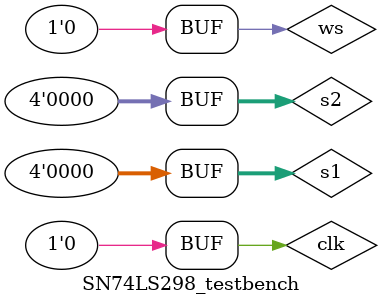
<source format=v>
`timescale 1ns / 1ps


module SN74LS298_testbench;

	// Inputs
	reg [3:0] s1;
	reg [3:0] s2;
	reg ws;
	reg clk;

	// Outputs
	wire [3:0] q;

	// Instantiate the Unit Under Test (UUT)
	SN74LS298 uut (
		.s1(s1), 
		.s2(s2), 
		.ws(ws), 
		.clk(clk), 
		.q(q)
	);

	initial begin
		// Initialize Inputs
		s1 = 0;
		s2 = 0;
		ws = 0;
		clk = 0;

		// Wait 100 ns for global reset to finish
		#100;
        
		// Add stimulus here

	end
      
endmodule


</source>
